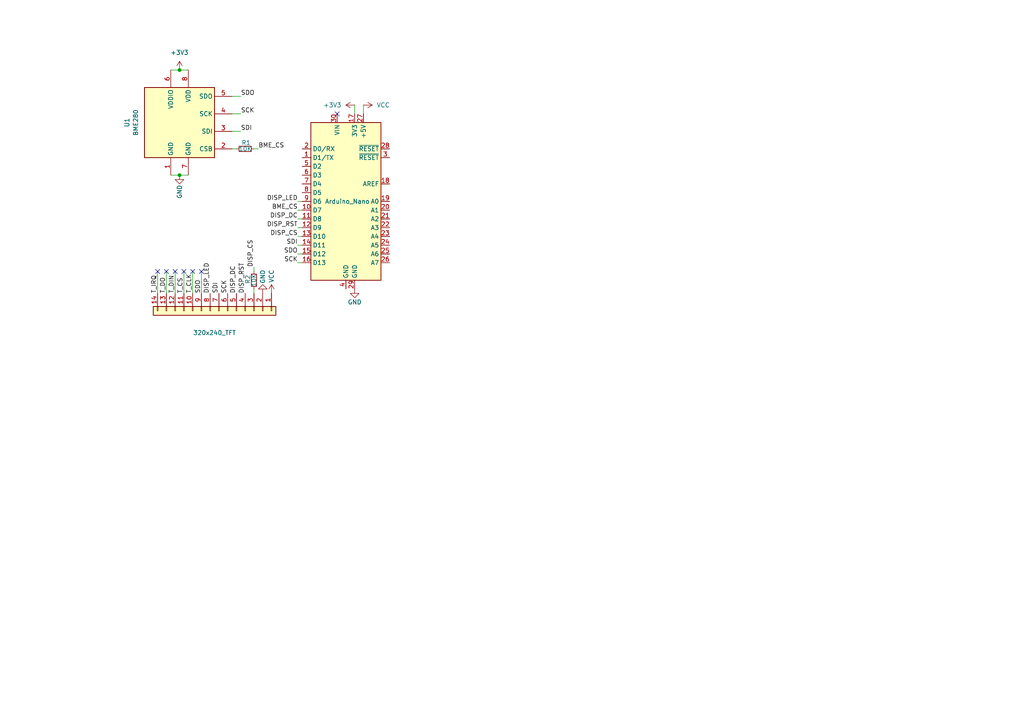
<source format=kicad_sch>
(kicad_sch
	(version 20231120)
	(generator "eeschema")
	(generator_version "8.0")
	(uuid "49cfbc75-937b-4414-a0fd-8c63bf7f5b66")
	(paper "A4")
	(lib_symbols
		(symbol "Connector_Generic:Conn_01x14"
			(pin_names
				(offset 1.016) hide)
			(exclude_from_sim no)
			(in_bom yes)
			(on_board yes)
			(property "Reference" "J"
				(at 0 17.78 0)
				(effects
					(font
						(size 1.27 1.27)
					)
				)
			)
			(property "Value" "Conn_01x14"
				(at 0 -20.32 0)
				(effects
					(font
						(size 1.27 1.27)
					)
				)
			)
			(property "Footprint" ""
				(at 0 0 0)
				(effects
					(font
						(size 1.27 1.27)
					)
					(hide yes)
				)
			)
			(property "Datasheet" "~"
				(at 0 0 0)
				(effects
					(font
						(size 1.27 1.27)
					)
					(hide yes)
				)
			)
			(property "Description" "Generic connector, single row, 01x14, script generated (kicad-library-utils/schlib/autogen/connector/)"
				(at 0 0 0)
				(effects
					(font
						(size 1.27 1.27)
					)
					(hide yes)
				)
			)
			(property "ki_keywords" "connector"
				(at 0 0 0)
				(effects
					(font
						(size 1.27 1.27)
					)
					(hide yes)
				)
			)
			(property "ki_fp_filters" "Connector*:*_1x??_*"
				(at 0 0 0)
				(effects
					(font
						(size 1.27 1.27)
					)
					(hide yes)
				)
			)
			(symbol "Conn_01x14_1_1"
				(rectangle
					(start -1.27 -17.653)
					(end 0 -17.907)
					(stroke
						(width 0.1524)
						(type default)
					)
					(fill
						(type none)
					)
				)
				(rectangle
					(start -1.27 -15.113)
					(end 0 -15.367)
					(stroke
						(width 0.1524)
						(type default)
					)
					(fill
						(type none)
					)
				)
				(rectangle
					(start -1.27 -12.573)
					(end 0 -12.827)
					(stroke
						(width 0.1524)
						(type default)
					)
					(fill
						(type none)
					)
				)
				(rectangle
					(start -1.27 -10.033)
					(end 0 -10.287)
					(stroke
						(width 0.1524)
						(type default)
					)
					(fill
						(type none)
					)
				)
				(rectangle
					(start -1.27 -7.493)
					(end 0 -7.747)
					(stroke
						(width 0.1524)
						(type default)
					)
					(fill
						(type none)
					)
				)
				(rectangle
					(start -1.27 -4.953)
					(end 0 -5.207)
					(stroke
						(width 0.1524)
						(type default)
					)
					(fill
						(type none)
					)
				)
				(rectangle
					(start -1.27 -2.413)
					(end 0 -2.667)
					(stroke
						(width 0.1524)
						(type default)
					)
					(fill
						(type none)
					)
				)
				(rectangle
					(start -1.27 0.127)
					(end 0 -0.127)
					(stroke
						(width 0.1524)
						(type default)
					)
					(fill
						(type none)
					)
				)
				(rectangle
					(start -1.27 2.667)
					(end 0 2.413)
					(stroke
						(width 0.1524)
						(type default)
					)
					(fill
						(type none)
					)
				)
				(rectangle
					(start -1.27 5.207)
					(end 0 4.953)
					(stroke
						(width 0.1524)
						(type default)
					)
					(fill
						(type none)
					)
				)
				(rectangle
					(start -1.27 7.747)
					(end 0 7.493)
					(stroke
						(width 0.1524)
						(type default)
					)
					(fill
						(type none)
					)
				)
				(rectangle
					(start -1.27 10.287)
					(end 0 10.033)
					(stroke
						(width 0.1524)
						(type default)
					)
					(fill
						(type none)
					)
				)
				(rectangle
					(start -1.27 12.827)
					(end 0 12.573)
					(stroke
						(width 0.1524)
						(type default)
					)
					(fill
						(type none)
					)
				)
				(rectangle
					(start -1.27 15.367)
					(end 0 15.113)
					(stroke
						(width 0.1524)
						(type default)
					)
					(fill
						(type none)
					)
				)
				(rectangle
					(start -1.27 16.51)
					(end 1.27 -19.05)
					(stroke
						(width 0.254)
						(type default)
					)
					(fill
						(type background)
					)
				)
				(pin passive line
					(at -5.08 15.24 0)
					(length 3.81)
					(name "Pin_1"
						(effects
							(font
								(size 1.27 1.27)
							)
						)
					)
					(number "1"
						(effects
							(font
								(size 1.27 1.27)
							)
						)
					)
				)
				(pin passive line
					(at -5.08 -7.62 0)
					(length 3.81)
					(name "Pin_10"
						(effects
							(font
								(size 1.27 1.27)
							)
						)
					)
					(number "10"
						(effects
							(font
								(size 1.27 1.27)
							)
						)
					)
				)
				(pin passive line
					(at -5.08 -10.16 0)
					(length 3.81)
					(name "Pin_11"
						(effects
							(font
								(size 1.27 1.27)
							)
						)
					)
					(number "11"
						(effects
							(font
								(size 1.27 1.27)
							)
						)
					)
				)
				(pin passive line
					(at -5.08 -12.7 0)
					(length 3.81)
					(name "Pin_12"
						(effects
							(font
								(size 1.27 1.27)
							)
						)
					)
					(number "12"
						(effects
							(font
								(size 1.27 1.27)
							)
						)
					)
				)
				(pin passive line
					(at -5.08 -15.24 0)
					(length 3.81)
					(name "Pin_13"
						(effects
							(font
								(size 1.27 1.27)
							)
						)
					)
					(number "13"
						(effects
							(font
								(size 1.27 1.27)
							)
						)
					)
				)
				(pin passive line
					(at -5.08 -17.78 0)
					(length 3.81)
					(name "Pin_14"
						(effects
							(font
								(size 1.27 1.27)
							)
						)
					)
					(number "14"
						(effects
							(font
								(size 1.27 1.27)
							)
						)
					)
				)
				(pin passive line
					(at -5.08 12.7 0)
					(length 3.81)
					(name "Pin_2"
						(effects
							(font
								(size 1.27 1.27)
							)
						)
					)
					(number "2"
						(effects
							(font
								(size 1.27 1.27)
							)
						)
					)
				)
				(pin passive line
					(at -5.08 10.16 0)
					(length 3.81)
					(name "Pin_3"
						(effects
							(font
								(size 1.27 1.27)
							)
						)
					)
					(number "3"
						(effects
							(font
								(size 1.27 1.27)
							)
						)
					)
				)
				(pin passive line
					(at -5.08 7.62 0)
					(length 3.81)
					(name "Pin_4"
						(effects
							(font
								(size 1.27 1.27)
							)
						)
					)
					(number "4"
						(effects
							(font
								(size 1.27 1.27)
							)
						)
					)
				)
				(pin passive line
					(at -5.08 5.08 0)
					(length 3.81)
					(name "Pin_5"
						(effects
							(font
								(size 1.27 1.27)
							)
						)
					)
					(number "5"
						(effects
							(font
								(size 1.27 1.27)
							)
						)
					)
				)
				(pin passive line
					(at -5.08 2.54 0)
					(length 3.81)
					(name "Pin_6"
						(effects
							(font
								(size 1.27 1.27)
							)
						)
					)
					(number "6"
						(effects
							(font
								(size 1.27 1.27)
							)
						)
					)
				)
				(pin passive line
					(at -5.08 0 0)
					(length 3.81)
					(name "Pin_7"
						(effects
							(font
								(size 1.27 1.27)
							)
						)
					)
					(number "7"
						(effects
							(font
								(size 1.27 1.27)
							)
						)
					)
				)
				(pin passive line
					(at -5.08 -2.54 0)
					(length 3.81)
					(name "Pin_8"
						(effects
							(font
								(size 1.27 1.27)
							)
						)
					)
					(number "8"
						(effects
							(font
								(size 1.27 1.27)
							)
						)
					)
				)
				(pin passive line
					(at -5.08 -5.08 0)
					(length 3.81)
					(name "Pin_9"
						(effects
							(font
								(size 1.27 1.27)
							)
						)
					)
					(number "9"
						(effects
							(font
								(size 1.27 1.27)
							)
						)
					)
				)
			)
		)
		(symbol "Device:R_Small"
			(pin_numbers hide)
			(pin_names
				(offset 0.254) hide)
			(exclude_from_sim no)
			(in_bom yes)
			(on_board yes)
			(property "Reference" "R"
				(at 0.762 0.508 0)
				(effects
					(font
						(size 1.27 1.27)
					)
					(justify left)
				)
			)
			(property "Value" "R_Small"
				(at 0.762 -1.016 0)
				(effects
					(font
						(size 1.27 1.27)
					)
					(justify left)
				)
			)
			(property "Footprint" ""
				(at 0 0 0)
				(effects
					(font
						(size 1.27 1.27)
					)
					(hide yes)
				)
			)
			(property "Datasheet" "~"
				(at 0 0 0)
				(effects
					(font
						(size 1.27 1.27)
					)
					(hide yes)
				)
			)
			(property "Description" "Resistor, small symbol"
				(at 0 0 0)
				(effects
					(font
						(size 1.27 1.27)
					)
					(hide yes)
				)
			)
			(property "ki_keywords" "R resistor"
				(at 0 0 0)
				(effects
					(font
						(size 1.27 1.27)
					)
					(hide yes)
				)
			)
			(property "ki_fp_filters" "R_*"
				(at 0 0 0)
				(effects
					(font
						(size 1.27 1.27)
					)
					(hide yes)
				)
			)
			(symbol "R_Small_0_1"
				(rectangle
					(start -0.762 1.778)
					(end 0.762 -1.778)
					(stroke
						(width 0.2032)
						(type default)
					)
					(fill
						(type none)
					)
				)
			)
			(symbol "R_Small_1_1"
				(pin passive line
					(at 0 2.54 270)
					(length 0.762)
					(name "~"
						(effects
							(font
								(size 1.27 1.27)
							)
						)
					)
					(number "1"
						(effects
							(font
								(size 1.27 1.27)
							)
						)
					)
				)
				(pin passive line
					(at 0 -2.54 90)
					(length 0.762)
					(name "~"
						(effects
							(font
								(size 1.27 1.27)
							)
						)
					)
					(number "2"
						(effects
							(font
								(size 1.27 1.27)
							)
						)
					)
				)
			)
		)
		(symbol "MCU_Module:Arduino_Nano_v3.x"
			(exclude_from_sim no)
			(in_bom yes)
			(on_board yes)
			(property "Reference" "A"
				(at -10.16 23.495 0)
				(effects
					(font
						(size 1.27 1.27)
					)
					(justify left bottom)
				)
			)
			(property "Value" "Arduino_Nano_v3.x"
				(at 5.08 -24.13 0)
				(effects
					(font
						(size 1.27 1.27)
					)
					(justify left top)
				)
			)
			(property "Footprint" "Module:Arduino_Nano"
				(at 0 0 0)
				(effects
					(font
						(size 1.27 1.27)
						(italic yes)
					)
					(hide yes)
				)
			)
			(property "Datasheet" "http://www.mouser.com/pdfdocs/Gravitech_Arduino_Nano3_0.pdf"
				(at 0 0 0)
				(effects
					(font
						(size 1.27 1.27)
					)
					(hide yes)
				)
			)
			(property "Description" "Arduino Nano v3.x"
				(at 0 0 0)
				(effects
					(font
						(size 1.27 1.27)
					)
					(hide yes)
				)
			)
			(property "ki_keywords" "Arduino nano microcontroller module USB"
				(at 0 0 0)
				(effects
					(font
						(size 1.27 1.27)
					)
					(hide yes)
				)
			)
			(property "ki_fp_filters" "Arduino*Nano*"
				(at 0 0 0)
				(effects
					(font
						(size 1.27 1.27)
					)
					(hide yes)
				)
			)
			(symbol "Arduino_Nano_v3.x_0_1"
				(rectangle
					(start -10.16 22.86)
					(end 10.16 -22.86)
					(stroke
						(width 0.254)
						(type default)
					)
					(fill
						(type background)
					)
				)
			)
			(symbol "Arduino_Nano_v3.x_1_1"
				(pin bidirectional line
					(at -12.7 12.7 0)
					(length 2.54)
					(name "D1/TX"
						(effects
							(font
								(size 1.27 1.27)
							)
						)
					)
					(number "1"
						(effects
							(font
								(size 1.27 1.27)
							)
						)
					)
				)
				(pin bidirectional line
					(at -12.7 -2.54 0)
					(length 2.54)
					(name "D7"
						(effects
							(font
								(size 1.27 1.27)
							)
						)
					)
					(number "10"
						(effects
							(font
								(size 1.27 1.27)
							)
						)
					)
				)
				(pin bidirectional line
					(at -12.7 -5.08 0)
					(length 2.54)
					(name "D8"
						(effects
							(font
								(size 1.27 1.27)
							)
						)
					)
					(number "11"
						(effects
							(font
								(size 1.27 1.27)
							)
						)
					)
				)
				(pin bidirectional line
					(at -12.7 -7.62 0)
					(length 2.54)
					(name "D9"
						(effects
							(font
								(size 1.27 1.27)
							)
						)
					)
					(number "12"
						(effects
							(font
								(size 1.27 1.27)
							)
						)
					)
				)
				(pin bidirectional line
					(at -12.7 -10.16 0)
					(length 2.54)
					(name "D10"
						(effects
							(font
								(size 1.27 1.27)
							)
						)
					)
					(number "13"
						(effects
							(font
								(size 1.27 1.27)
							)
						)
					)
				)
				(pin bidirectional line
					(at -12.7 -12.7 0)
					(length 2.54)
					(name "D11"
						(effects
							(font
								(size 1.27 1.27)
							)
						)
					)
					(number "14"
						(effects
							(font
								(size 1.27 1.27)
							)
						)
					)
				)
				(pin bidirectional line
					(at -12.7 -15.24 0)
					(length 2.54)
					(name "D12"
						(effects
							(font
								(size 1.27 1.27)
							)
						)
					)
					(number "15"
						(effects
							(font
								(size 1.27 1.27)
							)
						)
					)
				)
				(pin bidirectional line
					(at -12.7 -17.78 0)
					(length 2.54)
					(name "D13"
						(effects
							(font
								(size 1.27 1.27)
							)
						)
					)
					(number "16"
						(effects
							(font
								(size 1.27 1.27)
							)
						)
					)
				)
				(pin power_out line
					(at 2.54 25.4 270)
					(length 2.54)
					(name "3V3"
						(effects
							(font
								(size 1.27 1.27)
							)
						)
					)
					(number "17"
						(effects
							(font
								(size 1.27 1.27)
							)
						)
					)
				)
				(pin input line
					(at 12.7 5.08 180)
					(length 2.54)
					(name "AREF"
						(effects
							(font
								(size 1.27 1.27)
							)
						)
					)
					(number "18"
						(effects
							(font
								(size 1.27 1.27)
							)
						)
					)
				)
				(pin bidirectional line
					(at 12.7 0 180)
					(length 2.54)
					(name "A0"
						(effects
							(font
								(size 1.27 1.27)
							)
						)
					)
					(number "19"
						(effects
							(font
								(size 1.27 1.27)
							)
						)
					)
				)
				(pin bidirectional line
					(at -12.7 15.24 0)
					(length 2.54)
					(name "D0/RX"
						(effects
							(font
								(size 1.27 1.27)
							)
						)
					)
					(number "2"
						(effects
							(font
								(size 1.27 1.27)
							)
						)
					)
				)
				(pin bidirectional line
					(at 12.7 -2.54 180)
					(length 2.54)
					(name "A1"
						(effects
							(font
								(size 1.27 1.27)
							)
						)
					)
					(number "20"
						(effects
							(font
								(size 1.27 1.27)
							)
						)
					)
				)
				(pin bidirectional line
					(at 12.7 -5.08 180)
					(length 2.54)
					(name "A2"
						(effects
							(font
								(size 1.27 1.27)
							)
						)
					)
					(number "21"
						(effects
							(font
								(size 1.27 1.27)
							)
						)
					)
				)
				(pin bidirectional line
					(at 12.7 -7.62 180)
					(length 2.54)
					(name "A3"
						(effects
							(font
								(size 1.27 1.27)
							)
						)
					)
					(number "22"
						(effects
							(font
								(size 1.27 1.27)
							)
						)
					)
				)
				(pin bidirectional line
					(at 12.7 -10.16 180)
					(length 2.54)
					(name "A4"
						(effects
							(font
								(size 1.27 1.27)
							)
						)
					)
					(number "23"
						(effects
							(font
								(size 1.27 1.27)
							)
						)
					)
				)
				(pin bidirectional line
					(at 12.7 -12.7 180)
					(length 2.54)
					(name "A5"
						(effects
							(font
								(size 1.27 1.27)
							)
						)
					)
					(number "24"
						(effects
							(font
								(size 1.27 1.27)
							)
						)
					)
				)
				(pin bidirectional line
					(at 12.7 -15.24 180)
					(length 2.54)
					(name "A6"
						(effects
							(font
								(size 1.27 1.27)
							)
						)
					)
					(number "25"
						(effects
							(font
								(size 1.27 1.27)
							)
						)
					)
				)
				(pin bidirectional line
					(at 12.7 -17.78 180)
					(length 2.54)
					(name "A7"
						(effects
							(font
								(size 1.27 1.27)
							)
						)
					)
					(number "26"
						(effects
							(font
								(size 1.27 1.27)
							)
						)
					)
				)
				(pin power_out line
					(at 5.08 25.4 270)
					(length 2.54)
					(name "+5V"
						(effects
							(font
								(size 1.27 1.27)
							)
						)
					)
					(number "27"
						(effects
							(font
								(size 1.27 1.27)
							)
						)
					)
				)
				(pin input line
					(at 12.7 15.24 180)
					(length 2.54)
					(name "~{RESET}"
						(effects
							(font
								(size 1.27 1.27)
							)
						)
					)
					(number "28"
						(effects
							(font
								(size 1.27 1.27)
							)
						)
					)
				)
				(pin power_in line
					(at 2.54 -25.4 90)
					(length 2.54)
					(name "GND"
						(effects
							(font
								(size 1.27 1.27)
							)
						)
					)
					(number "29"
						(effects
							(font
								(size 1.27 1.27)
							)
						)
					)
				)
				(pin input line
					(at 12.7 12.7 180)
					(length 2.54)
					(name "~{RESET}"
						(effects
							(font
								(size 1.27 1.27)
							)
						)
					)
					(number "3"
						(effects
							(font
								(size 1.27 1.27)
							)
						)
					)
				)
				(pin power_in line
					(at -2.54 25.4 270)
					(length 2.54)
					(name "VIN"
						(effects
							(font
								(size 1.27 1.27)
							)
						)
					)
					(number "30"
						(effects
							(font
								(size 1.27 1.27)
							)
						)
					)
				)
				(pin power_in line
					(at 0 -25.4 90)
					(length 2.54)
					(name "GND"
						(effects
							(font
								(size 1.27 1.27)
							)
						)
					)
					(number "4"
						(effects
							(font
								(size 1.27 1.27)
							)
						)
					)
				)
				(pin bidirectional line
					(at -12.7 10.16 0)
					(length 2.54)
					(name "D2"
						(effects
							(font
								(size 1.27 1.27)
							)
						)
					)
					(number "5"
						(effects
							(font
								(size 1.27 1.27)
							)
						)
					)
				)
				(pin bidirectional line
					(at -12.7 7.62 0)
					(length 2.54)
					(name "D3"
						(effects
							(font
								(size 1.27 1.27)
							)
						)
					)
					(number "6"
						(effects
							(font
								(size 1.27 1.27)
							)
						)
					)
				)
				(pin bidirectional line
					(at -12.7 5.08 0)
					(length 2.54)
					(name "D4"
						(effects
							(font
								(size 1.27 1.27)
							)
						)
					)
					(number "7"
						(effects
							(font
								(size 1.27 1.27)
							)
						)
					)
				)
				(pin bidirectional line
					(at -12.7 2.54 0)
					(length 2.54)
					(name "D5"
						(effects
							(font
								(size 1.27 1.27)
							)
						)
					)
					(number "8"
						(effects
							(font
								(size 1.27 1.27)
							)
						)
					)
				)
				(pin bidirectional line
					(at -12.7 0 0)
					(length 2.54)
					(name "D6"
						(effects
							(font
								(size 1.27 1.27)
							)
						)
					)
					(number "9"
						(effects
							(font
								(size 1.27 1.27)
							)
						)
					)
				)
			)
		)
		(symbol "Sensor:BME280"
			(exclude_from_sim no)
			(in_bom yes)
			(on_board yes)
			(property "Reference" "U"
				(at -8.89 11.43 0)
				(effects
					(font
						(size 1.27 1.27)
					)
				)
			)
			(property "Value" "BME280"
				(at 7.62 11.43 0)
				(effects
					(font
						(size 1.27 1.27)
					)
				)
			)
			(property "Footprint" "Package_LGA:Bosch_LGA-8_2.5x2.5mm_P0.65mm_ClockwisePinNumbering"
				(at 38.1 -11.43 0)
				(effects
					(font
						(size 1.27 1.27)
					)
					(hide yes)
				)
			)
			(property "Datasheet" "https://www.bosch-sensortec.com/media/boschsensortec/downloads/datasheets/bst-bme280-ds002.pdf"
				(at 0 -5.08 0)
				(effects
					(font
						(size 1.27 1.27)
					)
					(hide yes)
				)
			)
			(property "Description" "3-in-1 sensor, humidity, pressure, temperature, I2C and SPI interface, 1.71-3.6V, LGA-8"
				(at 0 0 0)
				(effects
					(font
						(size 1.27 1.27)
					)
					(hide yes)
				)
			)
			(property "ki_keywords" "Bosch pressure humidity temperature environment environmental measurement digital"
				(at 0 0 0)
				(effects
					(font
						(size 1.27 1.27)
					)
					(hide yes)
				)
			)
			(property "ki_fp_filters" "*LGA*2.5x2.5mm*P0.65mm*Clockwise*"
				(at 0 0 0)
				(effects
					(font
						(size 1.27 1.27)
					)
					(hide yes)
				)
			)
			(symbol "BME280_0_1"
				(rectangle
					(start -10.16 10.16)
					(end 10.16 -10.16)
					(stroke
						(width 0.254)
						(type default)
					)
					(fill
						(type background)
					)
				)
			)
			(symbol "BME280_1_1"
				(pin power_in line
					(at -2.54 -15.24 90)
					(length 5.08)
					(name "GND"
						(effects
							(font
								(size 1.27 1.27)
							)
						)
					)
					(number "1"
						(effects
							(font
								(size 1.27 1.27)
							)
						)
					)
				)
				(pin input line
					(at 15.24 -7.62 180)
					(length 5.08)
					(name "CSB"
						(effects
							(font
								(size 1.27 1.27)
							)
						)
					)
					(number "2"
						(effects
							(font
								(size 1.27 1.27)
							)
						)
					)
				)
				(pin bidirectional line
					(at 15.24 -2.54 180)
					(length 5.08)
					(name "SDI"
						(effects
							(font
								(size 1.27 1.27)
							)
						)
					)
					(number "3"
						(effects
							(font
								(size 1.27 1.27)
							)
						)
					)
				)
				(pin input line
					(at 15.24 2.54 180)
					(length 5.08)
					(name "SCK"
						(effects
							(font
								(size 1.27 1.27)
							)
						)
					)
					(number "4"
						(effects
							(font
								(size 1.27 1.27)
							)
						)
					)
				)
				(pin bidirectional line
					(at 15.24 7.62 180)
					(length 5.08)
					(name "SDO"
						(effects
							(font
								(size 1.27 1.27)
							)
						)
					)
					(number "5"
						(effects
							(font
								(size 1.27 1.27)
							)
						)
					)
				)
				(pin power_in line
					(at -2.54 15.24 270)
					(length 5.08)
					(name "VDDIO"
						(effects
							(font
								(size 1.27 1.27)
							)
						)
					)
					(number "6"
						(effects
							(font
								(size 1.27 1.27)
							)
						)
					)
				)
				(pin power_in line
					(at 2.54 -15.24 90)
					(length 5.08)
					(name "GND"
						(effects
							(font
								(size 1.27 1.27)
							)
						)
					)
					(number "7"
						(effects
							(font
								(size 1.27 1.27)
							)
						)
					)
				)
				(pin power_in line
					(at 2.54 15.24 270)
					(length 5.08)
					(name "VDD"
						(effects
							(font
								(size 1.27 1.27)
							)
						)
					)
					(number "8"
						(effects
							(font
								(size 1.27 1.27)
							)
						)
					)
				)
			)
		)
		(symbol "power:+3V3"
			(power)
			(pin_numbers hide)
			(pin_names
				(offset 0) hide)
			(exclude_from_sim no)
			(in_bom yes)
			(on_board yes)
			(property "Reference" "#PWR"
				(at 0 -3.81 0)
				(effects
					(font
						(size 1.27 1.27)
					)
					(hide yes)
				)
			)
			(property "Value" "+3V3"
				(at 0 3.556 0)
				(effects
					(font
						(size 1.27 1.27)
					)
				)
			)
			(property "Footprint" ""
				(at 0 0 0)
				(effects
					(font
						(size 1.27 1.27)
					)
					(hide yes)
				)
			)
			(property "Datasheet" ""
				(at 0 0 0)
				(effects
					(font
						(size 1.27 1.27)
					)
					(hide yes)
				)
			)
			(property "Description" "Power symbol creates a global label with name \"+3V3\""
				(at 0 0 0)
				(effects
					(font
						(size 1.27 1.27)
					)
					(hide yes)
				)
			)
			(property "ki_keywords" "global power"
				(at 0 0 0)
				(effects
					(font
						(size 1.27 1.27)
					)
					(hide yes)
				)
			)
			(symbol "+3V3_0_1"
				(polyline
					(pts
						(xy -0.762 1.27) (xy 0 2.54)
					)
					(stroke
						(width 0)
						(type default)
					)
					(fill
						(type none)
					)
				)
				(polyline
					(pts
						(xy 0 0) (xy 0 2.54)
					)
					(stroke
						(width 0)
						(type default)
					)
					(fill
						(type none)
					)
				)
				(polyline
					(pts
						(xy 0 2.54) (xy 0.762 1.27)
					)
					(stroke
						(width 0)
						(type default)
					)
					(fill
						(type none)
					)
				)
			)
			(symbol "+3V3_1_1"
				(pin power_in line
					(at 0 0 90)
					(length 0)
					(name "~"
						(effects
							(font
								(size 1.27 1.27)
							)
						)
					)
					(number "1"
						(effects
							(font
								(size 1.27 1.27)
							)
						)
					)
				)
			)
		)
		(symbol "power:GND"
			(power)
			(pin_numbers hide)
			(pin_names
				(offset 0) hide)
			(exclude_from_sim no)
			(in_bom yes)
			(on_board yes)
			(property "Reference" "#PWR"
				(at 0 -6.35 0)
				(effects
					(font
						(size 1.27 1.27)
					)
					(hide yes)
				)
			)
			(property "Value" "GND"
				(at 0 -3.81 0)
				(effects
					(font
						(size 1.27 1.27)
					)
				)
			)
			(property "Footprint" ""
				(at 0 0 0)
				(effects
					(font
						(size 1.27 1.27)
					)
					(hide yes)
				)
			)
			(property "Datasheet" ""
				(at 0 0 0)
				(effects
					(font
						(size 1.27 1.27)
					)
					(hide yes)
				)
			)
			(property "Description" "Power symbol creates a global label with name \"GND\" , ground"
				(at 0 0 0)
				(effects
					(font
						(size 1.27 1.27)
					)
					(hide yes)
				)
			)
			(property "ki_keywords" "global power"
				(at 0 0 0)
				(effects
					(font
						(size 1.27 1.27)
					)
					(hide yes)
				)
			)
			(symbol "GND_0_1"
				(polyline
					(pts
						(xy 0 0) (xy 0 -1.27) (xy 1.27 -1.27) (xy 0 -2.54) (xy -1.27 -1.27) (xy 0 -1.27)
					)
					(stroke
						(width 0)
						(type default)
					)
					(fill
						(type none)
					)
				)
			)
			(symbol "GND_1_1"
				(pin power_in line
					(at 0 0 270)
					(length 0)
					(name "~"
						(effects
							(font
								(size 1.27 1.27)
							)
						)
					)
					(number "1"
						(effects
							(font
								(size 1.27 1.27)
							)
						)
					)
				)
			)
		)
		(symbol "power:VCC"
			(power)
			(pin_numbers hide)
			(pin_names
				(offset 0) hide)
			(exclude_from_sim no)
			(in_bom yes)
			(on_board yes)
			(property "Reference" "#PWR"
				(at 0 -3.81 0)
				(effects
					(font
						(size 1.27 1.27)
					)
					(hide yes)
				)
			)
			(property "Value" "VCC"
				(at 0 3.556 0)
				(effects
					(font
						(size 1.27 1.27)
					)
				)
			)
			(property "Footprint" ""
				(at 0 0 0)
				(effects
					(font
						(size 1.27 1.27)
					)
					(hide yes)
				)
			)
			(property "Datasheet" ""
				(at 0 0 0)
				(effects
					(font
						(size 1.27 1.27)
					)
					(hide yes)
				)
			)
			(property "Description" "Power symbol creates a global label with name \"VCC\""
				(at 0 0 0)
				(effects
					(font
						(size 1.27 1.27)
					)
					(hide yes)
				)
			)
			(property "ki_keywords" "global power"
				(at 0 0 0)
				(effects
					(font
						(size 1.27 1.27)
					)
					(hide yes)
				)
			)
			(symbol "VCC_0_1"
				(polyline
					(pts
						(xy -0.762 1.27) (xy 0 2.54)
					)
					(stroke
						(width 0)
						(type default)
					)
					(fill
						(type none)
					)
				)
				(polyline
					(pts
						(xy 0 0) (xy 0 2.54)
					)
					(stroke
						(width 0)
						(type default)
					)
					(fill
						(type none)
					)
				)
				(polyline
					(pts
						(xy 0 2.54) (xy 0.762 1.27)
					)
					(stroke
						(width 0)
						(type default)
					)
					(fill
						(type none)
					)
				)
			)
			(symbol "VCC_1_1"
				(pin power_in line
					(at 0 0 90)
					(length 0)
					(name "~"
						(effects
							(font
								(size 1.27 1.27)
							)
						)
					)
					(number "1"
						(effects
							(font
								(size 1.27 1.27)
							)
						)
					)
				)
			)
		)
	)
	(junction
		(at 52.07 20.32)
		(diameter 0)
		(color 0 0 0 0)
		(uuid "5e534c49-7e5f-4192-a7b1-443847b26e39")
	)
	(junction
		(at 52.07 50.8)
		(diameter 0)
		(color 0 0 0 0)
		(uuid "c6443f6b-c726-42d9-b74a-f732c2f712fd")
	)
	(no_connect
		(at 50.8 78.74)
		(uuid "2c5bb84e-1449-449f-96c3-0e1fd9ca1466")
	)
	(no_connect
		(at 58.42 78.74)
		(uuid "4f09cc53-b903-47c4-aeb2-43679214cfa2")
	)
	(no_connect
		(at 55.88 78.74)
		(uuid "6105767f-9f0a-43dc-a696-7dad247e68b8")
	)
	(no_connect
		(at 97.79 33.02)
		(uuid "70d1d83a-4847-43cc-9494-968edd848e13")
	)
	(no_connect
		(at 48.26 78.74)
		(uuid "ee7277d8-633f-4d1e-ae4b-e284b54e58df")
	)
	(no_connect
		(at 53.34 78.74)
		(uuid "f2993108-0f4e-43d1-b973-7576db214048")
	)
	(no_connect
		(at 45.72 78.74)
		(uuid "ffd2f004-fdbb-4257-a65d-2a5ff3026b01")
	)
	(wire
		(pts
			(xy 69.85 27.94) (xy 67.31 27.94)
		)
		(stroke
			(width 0)
			(type default)
		)
		(uuid "063ffc46-dbfd-4980-94ed-c1ca734858a5")
	)
	(wire
		(pts
			(xy 69.85 38.1) (xy 67.31 38.1)
		)
		(stroke
			(width 0)
			(type default)
		)
		(uuid "15eaa6c9-414b-4850-8c8c-58ea04323311")
	)
	(wire
		(pts
			(xy 73.66 43.18) (xy 74.93 43.18)
		)
		(stroke
			(width 0)
			(type default)
		)
		(uuid "1a2e3018-f8c2-4cb9-a4fc-e9dc2bf8c5fc")
	)
	(wire
		(pts
			(xy 58.42 78.74) (xy 58.42 85.09)
		)
		(stroke
			(width 0)
			(type default)
		)
		(uuid "263817d5-154a-4260-aede-96162a10e4a9")
	)
	(wire
		(pts
			(xy 86.36 58.42) (xy 87.63 58.42)
		)
		(stroke
			(width 0)
			(type default)
		)
		(uuid "2938e584-6364-4f56-a5a4-f27d2e48a423")
	)
	(wire
		(pts
			(xy 45.72 78.74) (xy 45.72 85.09)
		)
		(stroke
			(width 0)
			(type default)
		)
		(uuid "2dda70c0-6d45-44c1-9e4e-a3091354c63e")
	)
	(wire
		(pts
			(xy 105.41 30.48) (xy 105.41 33.02)
		)
		(stroke
			(width 0)
			(type default)
		)
		(uuid "3474c14c-a6ac-4634-9d8f-d07025fe9d78")
	)
	(wire
		(pts
			(xy 52.07 50.8) (xy 54.61 50.8)
		)
		(stroke
			(width 0)
			(type default)
		)
		(uuid "35d8d632-cb65-43a9-8333-645d0b57812b")
	)
	(wire
		(pts
			(xy 86.36 66.04) (xy 87.63 66.04)
		)
		(stroke
			(width 0)
			(type default)
		)
		(uuid "461beaa2-fa67-479a-916e-f139fb6dd239")
	)
	(wire
		(pts
			(xy 86.36 63.5) (xy 87.63 63.5)
		)
		(stroke
			(width 0)
			(type default)
		)
		(uuid "4d9981be-a75e-46ce-b3cc-1f2c5e047ee0")
	)
	(wire
		(pts
			(xy 86.36 71.12) (xy 87.63 71.12)
		)
		(stroke
			(width 0)
			(type default)
		)
		(uuid "5c5cea42-2400-4359-81e0-5fc3cbd89af7")
	)
	(wire
		(pts
			(xy 86.36 68.58) (xy 87.63 68.58)
		)
		(stroke
			(width 0)
			(type default)
		)
		(uuid "676e7d35-c60e-440d-af57-5ebf6b802b2e")
	)
	(wire
		(pts
			(xy 86.36 76.2) (xy 87.63 76.2)
		)
		(stroke
			(width 0)
			(type default)
		)
		(uuid "6993d399-a578-4d11-83a4-2ae5d2b62641")
	)
	(wire
		(pts
			(xy 73.66 78.74) (xy 73.66 77.47)
		)
		(stroke
			(width 0)
			(type default)
		)
		(uuid "6ce9aa4f-f55e-4466-8e02-1e6a2d9ef214")
	)
	(wire
		(pts
			(xy 48.26 78.74) (xy 48.26 85.09)
		)
		(stroke
			(width 0)
			(type default)
		)
		(uuid "7d79ae25-2a9c-4e54-a9ad-33ed81106c9e")
	)
	(wire
		(pts
			(xy 67.31 43.18) (xy 68.58 43.18)
		)
		(stroke
			(width 0)
			(type default)
		)
		(uuid "87cd21a9-eff5-418c-9f65-f395a5b73c72")
	)
	(wire
		(pts
			(xy 86.36 73.66) (xy 87.63 73.66)
		)
		(stroke
			(width 0)
			(type default)
		)
		(uuid "887723dc-faa7-46d8-be4c-2f62a6db6112")
	)
	(wire
		(pts
			(xy 50.8 78.74) (xy 50.8 85.09)
		)
		(stroke
			(width 0)
			(type default)
		)
		(uuid "8b25cf7c-0d98-4c98-9040-2b9e7ef622ce")
	)
	(wire
		(pts
			(xy 55.88 78.74) (xy 55.88 85.09)
		)
		(stroke
			(width 0)
			(type default)
		)
		(uuid "99994121-1758-4321-9122-41aade7fa381")
	)
	(wire
		(pts
			(xy 73.66 85.09) (xy 73.66 83.82)
		)
		(stroke
			(width 0)
			(type default)
		)
		(uuid "a159bd58-51d9-4d47-8fc3-f7f81a589795")
	)
	(wire
		(pts
			(xy 52.07 20.32) (xy 54.61 20.32)
		)
		(stroke
			(width 0)
			(type default)
		)
		(uuid "a38b6e65-a886-402f-a0de-33cd2a5f4d70")
	)
	(wire
		(pts
			(xy 86.36 60.96) (xy 87.63 60.96)
		)
		(stroke
			(width 0)
			(type default)
		)
		(uuid "aea30bff-528a-4eb3-9ad4-caef3444c9e2")
	)
	(wire
		(pts
			(xy 49.53 20.32) (xy 52.07 20.32)
		)
		(stroke
			(width 0)
			(type default)
		)
		(uuid "c4d46024-4197-4c37-b5d0-5764ecf71c73")
	)
	(wire
		(pts
			(xy 53.34 78.74) (xy 53.34 85.09)
		)
		(stroke
			(width 0)
			(type default)
		)
		(uuid "d41f5d66-f3ec-4e8f-9d85-64aa13110908")
	)
	(wire
		(pts
			(xy 49.53 50.8) (xy 52.07 50.8)
		)
		(stroke
			(width 0)
			(type default)
		)
		(uuid "df49fd6a-1ac4-45d0-bddf-381162fc7388")
	)
	(wire
		(pts
			(xy 102.87 30.48) (xy 102.87 33.02)
		)
		(stroke
			(width 0)
			(type default)
		)
		(uuid "ed3354a8-27c7-40c4-8d8b-9de4872d334a")
	)
	(wire
		(pts
			(xy 69.85 33.02) (xy 67.31 33.02)
		)
		(stroke
			(width 0)
			(type default)
		)
		(uuid "ee7232cf-4283-4c36-be87-77b1d1a24ee7")
	)
	(label "DISP_LED"
		(at 86.36 58.42 180)
		(fields_autoplaced yes)
		(effects
			(font
				(size 1.27 1.27)
			)
			(justify right bottom)
		)
		(uuid "09ec9126-4171-4d06-aac0-8e4cf36779dc")
	)
	(label "BME_CS"
		(at 86.36 60.96 180)
		(fields_autoplaced yes)
		(effects
			(font
				(size 1.27 1.27)
			)
			(justify right bottom)
		)
		(uuid "0ca3a112-8eb2-439e-844a-75512beada3d")
	)
	(label "BME_CS"
		(at 74.93 43.18 0)
		(fields_autoplaced yes)
		(effects
			(font
				(size 1.27 1.27)
			)
			(justify left bottom)
		)
		(uuid "158c7fd1-2f78-4a0d-9925-f5a6ab58e2f1")
	)
	(label "DISP_CS"
		(at 73.66 77.47 90)
		(fields_autoplaced yes)
		(effects
			(font
				(size 1.27 1.27)
			)
			(justify left bottom)
		)
		(uuid "24a2a92e-c985-4f9b-abdf-a1b5553753a0")
	)
	(label "DISP_DC"
		(at 86.36 63.5 180)
		(fields_autoplaced yes)
		(effects
			(font
				(size 1.27 1.27)
			)
			(justify right bottom)
		)
		(uuid "2ba0f471-7d63-4dab-a806-7d55119a121e")
	)
	(label "SDO"
		(at 58.42 85.09 90)
		(fields_autoplaced yes)
		(effects
			(font
				(size 1.27 1.27)
			)
			(justify left bottom)
		)
		(uuid "2fc0be88-a1e9-41f0-bd33-cd4e21f45072")
	)
	(label "SDO"
		(at 69.85 27.94 0)
		(fields_autoplaced yes)
		(effects
			(font
				(size 1.27 1.27)
			)
			(justify left bottom)
		)
		(uuid "319af531-387d-4b97-8057-0740286b73e1")
	)
	(label "T_DO"
		(at 48.26 85.09 90)
		(fields_autoplaced yes)
		(effects
			(font
				(size 1.27 1.27)
			)
			(justify left bottom)
		)
		(uuid "3771e8ee-80f8-480c-a9fe-e84a542dd550")
	)
	(label "DISP_LED"
		(at 60.96 85.09 90)
		(fields_autoplaced yes)
		(effects
			(font
				(size 1.27 1.27)
			)
			(justify left bottom)
		)
		(uuid "448c1f88-1c25-4843-b34e-0b9ef89cce63")
	)
	(label "SCK"
		(at 66.04 85.09 90)
		(fields_autoplaced yes)
		(effects
			(font
				(size 1.27 1.27)
			)
			(justify left bottom)
		)
		(uuid "526fe979-a179-4066-bccb-4a2c58a6b287")
	)
	(label "SCK"
		(at 86.36 76.2 180)
		(fields_autoplaced yes)
		(effects
			(font
				(size 1.27 1.27)
			)
			(justify right bottom)
		)
		(uuid "538e7510-ac2e-4788-9a8d-a1148ce3603a")
	)
	(label "T_CLK"
		(at 55.88 85.09 90)
		(fields_autoplaced yes)
		(effects
			(font
				(size 1.27 1.27)
			)
			(justify left bottom)
		)
		(uuid "65d6baa9-8a84-4194-970b-0a3246359a48")
	)
	(label "DISP_RST"
		(at 86.36 66.04 180)
		(fields_autoplaced yes)
		(effects
			(font
				(size 1.27 1.27)
			)
			(justify right bottom)
		)
		(uuid "752b26ad-2e40-4885-a529-60830725df1d")
	)
	(label "DISP_DC"
		(at 68.58 85.09 90)
		(fields_autoplaced yes)
		(effects
			(font
				(size 1.27 1.27)
			)
			(justify left bottom)
		)
		(uuid "79008ffa-ecf0-4236-a62e-7c7bc93a6f9b")
	)
	(label "T_CS"
		(at 53.34 85.09 90)
		(fields_autoplaced yes)
		(effects
			(font
				(size 1.27 1.27)
			)
			(justify left bottom)
		)
		(uuid "7970d98d-64d3-4ecc-84ee-60cca8995872")
	)
	(label "T_DIN"
		(at 50.8 85.09 90)
		(fields_autoplaced yes)
		(effects
			(font
				(size 1.27 1.27)
			)
			(justify left bottom)
		)
		(uuid "7cc2f304-1bfa-4799-94f4-1cc20f27c268")
	)
	(label "SDI"
		(at 69.85 38.1 0)
		(fields_autoplaced yes)
		(effects
			(font
				(size 1.27 1.27)
			)
			(justify left bottom)
		)
		(uuid "93b6908e-1c25-436a-b681-0cc3dd780b6a")
	)
	(label "SDI"
		(at 86.36 71.12 180)
		(fields_autoplaced yes)
		(effects
			(font
				(size 1.27 1.27)
			)
			(justify right bottom)
		)
		(uuid "9d2f904f-47ee-4411-a0dd-87e044f9fd6f")
	)
	(label "T_IRQ"
		(at 45.72 85.09 90)
		(fields_autoplaced yes)
		(effects
			(font
				(size 1.27 1.27)
			)
			(justify left bottom)
		)
		(uuid "b4dc0529-d5dc-46f3-aad7-c4dfd761020e")
	)
	(label "DISP_CS"
		(at 86.36 68.58 180)
		(fields_autoplaced yes)
		(effects
			(font
				(size 1.27 1.27)
			)
			(justify right bottom)
		)
		(uuid "d22d96d2-4c6d-4f06-acfd-67a7e7b551ea")
	)
	(label "SDO"
		(at 86.36 73.66 180)
		(fields_autoplaced yes)
		(effects
			(font
				(size 1.27 1.27)
			)
			(justify right bottom)
		)
		(uuid "d32549e3-0e25-4d26-b980-772b8cb1d1e7")
	)
	(label "SCK"
		(at 69.85 33.02 0)
		(fields_autoplaced yes)
		(effects
			(font
				(size 1.27 1.27)
			)
			(justify left bottom)
		)
		(uuid "d92135a2-54e0-40a3-a1e1-b9629778ffff")
	)
	(label "DISP_RST"
		(at 71.12 85.09 90)
		(fields_autoplaced yes)
		(effects
			(font
				(size 1.27 1.27)
			)
			(justify left bottom)
		)
		(uuid "f8f8ea57-74ce-4ee4-8942-370b9aab093d")
	)
	(label "SDI"
		(at 63.5 85.09 90)
		(fields_autoplaced yes)
		(effects
			(font
				(size 1.27 1.27)
			)
			(justify left bottom)
		)
		(uuid "faad5366-029a-4ca3-8938-f8bc64001e17")
	)
	(symbol
		(lib_id "power:+3V3")
		(at 52.07 20.32 0)
		(unit 1)
		(exclude_from_sim no)
		(in_bom yes)
		(on_board yes)
		(dnp no)
		(fields_autoplaced yes)
		(uuid "3f6f8eac-ceda-495f-b6c6-518951489a20")
		(property "Reference" "#PWR01"
			(at 52.07 24.13 0)
			(effects
				(font
					(size 1.27 1.27)
				)
				(hide yes)
			)
		)
		(property "Value" "+3V3"
			(at 52.07 15.24 0)
			(effects
				(font
					(size 1.27 1.27)
				)
			)
		)
		(property "Footprint" ""
			(at 52.07 20.32 0)
			(effects
				(font
					(size 1.27 1.27)
				)
				(hide yes)
			)
		)
		(property "Datasheet" ""
			(at 52.07 20.32 0)
			(effects
				(font
					(size 1.27 1.27)
				)
				(hide yes)
			)
		)
		(property "Description" "Power symbol creates a global label with name \"+3V3\""
			(at 52.07 20.32 0)
			(effects
				(font
					(size 1.27 1.27)
				)
				(hide yes)
			)
		)
		(pin "1"
			(uuid "49cb5cbb-5f12-449c-ae72-a60c00f3dd9d")
		)
		(instances
			(project ""
				(path "/49cfbc75-937b-4414-a0fd-8c63bf7f5b66"
					(reference "#PWR01")
					(unit 1)
				)
			)
		)
	)
	(symbol
		(lib_id "power:GND")
		(at 52.07 50.8 0)
		(unit 1)
		(exclude_from_sim no)
		(in_bom yes)
		(on_board yes)
		(dnp no)
		(uuid "41888edb-5769-4aef-b1f2-5bee9b82ccbd")
		(property "Reference" "#PWR04"
			(at 52.07 57.15 0)
			(effects
				(font
					(size 1.27 1.27)
				)
				(hide yes)
			)
		)
		(property "Value" "GND"
			(at 52.07 53.594 90)
			(effects
				(font
					(size 1.27 1.27)
				)
				(justify right)
			)
		)
		(property "Footprint" ""
			(at 52.07 50.8 0)
			(effects
				(font
					(size 1.27 1.27)
				)
				(hide yes)
			)
		)
		(property "Datasheet" ""
			(at 52.07 50.8 0)
			(effects
				(font
					(size 1.27 1.27)
				)
				(hide yes)
			)
		)
		(property "Description" "Power symbol creates a global label with name \"GND\" , ground"
			(at 52.07 50.8 0)
			(effects
				(font
					(size 1.27 1.27)
				)
				(hide yes)
			)
		)
		(pin "1"
			(uuid "38bc694d-a93d-4d6e-943c-9b617897cf92")
		)
		(instances
			(project "statie_meteo"
				(path "/49cfbc75-937b-4414-a0fd-8c63bf7f5b66"
					(reference "#PWR04")
					(unit 1)
				)
			)
		)
	)
	(symbol
		(lib_id "power:GND")
		(at 102.87 83.82 0)
		(unit 1)
		(exclude_from_sim no)
		(in_bom yes)
		(on_board yes)
		(dnp no)
		(uuid "4f9db7d1-f052-4374-8c9d-4d9b77fee2ea")
		(property "Reference" "#PWR05"
			(at 102.87 90.17 0)
			(effects
				(font
					(size 1.27 1.27)
				)
				(hide yes)
			)
		)
		(property "Value" "GND"
			(at 102.87 87.63 0)
			(effects
				(font
					(size 1.27 1.27)
				)
			)
		)
		(property "Footprint" ""
			(at 102.87 83.82 0)
			(effects
				(font
					(size 1.27 1.27)
				)
				(hide yes)
			)
		)
		(property "Datasheet" ""
			(at 102.87 83.82 0)
			(effects
				(font
					(size 1.27 1.27)
				)
				(hide yes)
			)
		)
		(property "Description" "Power symbol creates a global label with name \"GND\" , ground"
			(at 102.87 83.82 0)
			(effects
				(font
					(size 1.27 1.27)
				)
				(hide yes)
			)
		)
		(pin "1"
			(uuid "6c088af3-1227-4cb9-bea1-a01325b1432c")
		)
		(instances
			(project ""
				(path "/49cfbc75-937b-4414-a0fd-8c63bf7f5b66"
					(reference "#PWR05")
					(unit 1)
				)
			)
		)
	)
	(symbol
		(lib_id "MCU_Module:Arduino_Nano_v3.x")
		(at 100.33 58.42 0)
		(unit 1)
		(exclude_from_sim no)
		(in_bom yes)
		(on_board yes)
		(dnp no)
		(uuid "500d398c-0fba-4b7d-8733-65e33f893eca")
		(property "Reference" "A1"
			(at 105.0641 83.82 0)
			(effects
				(font
					(size 1.27 1.27)
				)
				(justify left)
				(hide yes)
			)
		)
		(property "Value" "Arduino_Nano"
			(at 94.234 58.42 0)
			(effects
				(font
					(size 1.27 1.27)
				)
				(justify left)
			)
		)
		(property "Footprint" "Module:Arduino_Nano"
			(at 100.33 58.42 0)
			(effects
				(font
					(size 1.27 1.27)
					(italic yes)
				)
				(hide yes)
			)
		)
		(property "Datasheet" "http://www.mouser.com/pdfdocs/Gravitech_Arduino_Nano3_0.pdf"
			(at 100.33 58.42 0)
			(effects
				(font
					(size 1.27 1.27)
				)
				(hide yes)
			)
		)
		(property "Description" "Arduino Nano v3.x"
			(at 100.33 58.42 0)
			(effects
				(font
					(size 1.27 1.27)
				)
				(hide yes)
			)
		)
		(pin "16"
			(uuid "b1c10f91-d448-4096-99df-87e97a9d5d52")
		)
		(pin "27"
			(uuid "82477be7-54a1-4a7f-856c-b848fa75b1a3")
		)
		(pin "8"
			(uuid "7cbc0a6e-4ca9-4773-acc8-3d6e8cbab3ef")
		)
		(pin "21"
			(uuid "9525137f-e49c-4bca-b246-e1da5f1341cf")
		)
		(pin "13"
			(uuid "fbb72f68-122b-4e16-b886-e614b07045df")
		)
		(pin "26"
			(uuid "b2042e01-a545-4e37-a8d2-ea59b9d5a7a7")
		)
		(pin "4"
			(uuid "4afe29bc-3c3e-408c-861a-02984815eb2f")
		)
		(pin "30"
			(uuid "a2d041a4-cefd-424a-961c-04e6c1391ddf")
		)
		(pin "12"
			(uuid "3e889bf4-8d24-4580-b56b-cfc1b40ab36b")
		)
		(pin "18"
			(uuid "46c237b0-b07b-45a7-a534-a926a99d5f0a")
		)
		(pin "25"
			(uuid "c1ce9a6d-7824-48d8-979d-2afd4c44aa2b")
		)
		(pin "1"
			(uuid "42dfedd9-8e32-44e0-bb72-cbd48e5ec480")
		)
		(pin "14"
			(uuid "d3358aa8-5339-4704-9886-6b82d3fe59d8")
		)
		(pin "17"
			(uuid "d9333614-eb86-4634-8c78-9833c61e8e4e")
		)
		(pin "20"
			(uuid "0cc85a1b-09b7-4bd2-98b8-eaa74e0be8ae")
		)
		(pin "6"
			(uuid "e59318ae-c682-434b-b6ef-411f6d25aee3")
		)
		(pin "7"
			(uuid "71faaad0-337c-4990-8c6b-cec2d2b5743d")
		)
		(pin "5"
			(uuid "67eae6ef-17d2-4b15-b0b7-e5afc8baad5f")
		)
		(pin "9"
			(uuid "e90cf844-298f-4338-bc67-814f60f5c267")
		)
		(pin "28"
			(uuid "0be7076f-01c0-4c1a-9365-a7f76a27dab6")
		)
		(pin "10"
			(uuid "e1491255-3bb6-411d-84b5-752e2b14ac25")
		)
		(pin "15"
			(uuid "701debac-c6b0-49cc-a4f9-482377eae116")
		)
		(pin "2"
			(uuid "25ce96f0-be3f-4144-9d6d-9ae15f8c22cf")
		)
		(pin "3"
			(uuid "775b01a6-090b-4470-a247-6660f025a454")
		)
		(pin "11"
			(uuid "3aa2369b-1ded-45ac-a5af-3288ca7dad49")
		)
		(pin "29"
			(uuid "6dddd98d-ba17-46b8-851a-3cd1d7311ef0")
		)
		(pin "24"
			(uuid "af98dd15-c4fc-466f-ae63-395b6af0a595")
		)
		(pin "22"
			(uuid "6e2b0fb1-09af-44d2-b55f-b1a47b88481c")
		)
		(pin "19"
			(uuid "3bea23d8-a02f-485d-b7bc-21867fd7da10")
		)
		(pin "23"
			(uuid "4e3cabd8-b3b6-4e31-a776-3132e0132f8c")
		)
		(instances
			(project ""
				(path "/49cfbc75-937b-4414-a0fd-8c63bf7f5b66"
					(reference "A1")
					(unit 1)
				)
			)
		)
	)
	(symbol
		(lib_id "power:VCC")
		(at 78.74 85.09 0)
		(unit 1)
		(exclude_from_sim no)
		(in_bom yes)
		(on_board yes)
		(dnp no)
		(uuid "74f6c132-b829-4790-b43f-18bba7eec2f8")
		(property "Reference" "#PWR07"
			(at 78.74 88.9 0)
			(effects
				(font
					(size 1.27 1.27)
				)
				(hide yes)
			)
		)
		(property "Value" "VCC"
			(at 78.74 82.042 90)
			(effects
				(font
					(size 1.27 1.27)
				)
				(justify left)
			)
		)
		(property "Footprint" ""
			(at 78.74 85.09 0)
			(effects
				(font
					(size 1.27 1.27)
				)
				(hide yes)
			)
		)
		(property "Datasheet" ""
			(at 78.74 85.09 0)
			(effects
				(font
					(size 1.27 1.27)
				)
				(hide yes)
			)
		)
		(property "Description" "Power symbol creates a global label with name \"VCC\""
			(at 78.74 85.09 0)
			(effects
				(font
					(size 1.27 1.27)
				)
				(hide yes)
			)
		)
		(pin "1"
			(uuid "081d4201-5b2c-461a-8272-d60129ba0a70")
		)
		(instances
			(project "statie_meteo"
				(path "/49cfbc75-937b-4414-a0fd-8c63bf7f5b66"
					(reference "#PWR07")
					(unit 1)
				)
			)
		)
	)
	(symbol
		(lib_id "power:+3V3")
		(at 102.87 30.48 90)
		(unit 1)
		(exclude_from_sim no)
		(in_bom yes)
		(on_board yes)
		(dnp no)
		(fields_autoplaced yes)
		(uuid "82167301-9462-4c44-be1f-99f8fb62626c")
		(property "Reference" "#PWR02"
			(at 106.68 30.48 0)
			(effects
				(font
					(size 1.27 1.27)
				)
				(hide yes)
			)
		)
		(property "Value" "+3V3"
			(at 99.06 30.4799 90)
			(effects
				(font
					(size 1.27 1.27)
				)
				(justify left)
			)
		)
		(property "Footprint" ""
			(at 102.87 30.48 0)
			(effects
				(font
					(size 1.27 1.27)
				)
				(hide yes)
			)
		)
		(property "Datasheet" ""
			(at 102.87 30.48 0)
			(effects
				(font
					(size 1.27 1.27)
				)
				(hide yes)
			)
		)
		(property "Description" "Power symbol creates a global label with name \"+3V3\""
			(at 102.87 30.48 0)
			(effects
				(font
					(size 1.27 1.27)
				)
				(hide yes)
			)
		)
		(pin "1"
			(uuid "e67dec1c-89a3-4737-9fca-b09510f98386")
		)
		(instances
			(project "statie_meteo"
				(path "/49cfbc75-937b-4414-a0fd-8c63bf7f5b66"
					(reference "#PWR02")
					(unit 1)
				)
			)
		)
	)
	(symbol
		(lib_id "Device:R_Small")
		(at 73.66 81.28 180)
		(unit 1)
		(exclude_from_sim no)
		(in_bom yes)
		(on_board yes)
		(dnp no)
		(uuid "97a54a47-c35c-4025-8cd4-f34620599857")
		(property "Reference" "R2"
			(at 71.882 81.026 90)
			(effects
				(font
					(size 1.27 1.27)
				)
			)
		)
		(property "Value" "10K"
			(at 73.66 81.28 90)
			(effects
				(font
					(size 1.27 1.27)
				)
			)
		)
		(property "Footprint" "Resistor_THT:R_Axial_DIN0207_L6.3mm_D2.5mm_P7.62mm_Horizontal"
			(at 73.66 81.28 0)
			(effects
				(font
					(size 1.27 1.27)
				)
				(hide yes)
			)
		)
		(property "Datasheet" "~"
			(at 73.66 81.28 0)
			(effects
				(font
					(size 1.27 1.27)
				)
				(hide yes)
			)
		)
		(property "Description" "Resistor, small symbol"
			(at 73.66 81.28 0)
			(effects
				(font
					(size 1.27 1.27)
				)
				(hide yes)
			)
		)
		(pin "2"
			(uuid "98b43ec6-f45e-4c1e-9c2c-2ea1b97552d4")
		)
		(pin "1"
			(uuid "2e7b4441-b209-4ad3-ae18-daa262ccf5c5")
		)
		(instances
			(project ""
				(path "/49cfbc75-937b-4414-a0fd-8c63bf7f5b66"
					(reference "R2")
					(unit 1)
				)
			)
		)
	)
	(symbol
		(lib_id "Sensor:BME280")
		(at 52.07 35.56 0)
		(unit 1)
		(exclude_from_sim no)
		(in_bom yes)
		(on_board yes)
		(dnp no)
		(fields_autoplaced yes)
		(uuid "c3adecfc-92ae-472d-a30e-8972376f9bf4")
		(property "Reference" "U1"
			(at 36.83 35.56 90)
			(effects
				(font
					(size 1.27 1.27)
				)
			)
		)
		(property "Value" "BME280"
			(at 39.37 35.56 90)
			(effects
				(font
					(size 1.27 1.27)
				)
			)
		)
		(property "Footprint" "Package_LGA:Bosch_LGA-8_2.5x2.5mm_P0.65mm_ClockwisePinNumbering"
			(at 90.17 46.99 0)
			(effects
				(font
					(size 1.27 1.27)
				)
				(hide yes)
			)
		)
		(property "Datasheet" "https://www.bosch-sensortec.com/media/boschsensortec/downloads/datasheets/bst-bme280-ds002.pdf"
			(at 52.07 40.64 0)
			(effects
				(font
					(size 1.27 1.27)
				)
				(hide yes)
			)
		)
		(property "Description" "3-in-1 sensor, humidity, pressure, temperature, I2C and SPI interface, 1.71-3.6V, LGA-8"
			(at 52.07 35.56 0)
			(effects
				(font
					(size 1.27 1.27)
				)
				(hide yes)
			)
		)
		(pin "4"
			(uuid "7a23b0cb-bcd6-4125-9821-fe7a62dcaf04")
		)
		(pin "3"
			(uuid "50ccfb31-7a33-4cc2-9202-b337a121dd85")
		)
		(pin "1"
			(uuid "969723ea-37e9-4dc4-bcc1-09c451eb672d")
		)
		(pin "5"
			(uuid "b0c7bdc7-6e24-4025-8e0d-fad8926fc5a5")
		)
		(pin "2"
			(uuid "78ce3183-da3b-4519-a9fd-29a36e046089")
		)
		(pin "6"
			(uuid "ddea9846-758d-4530-a4ad-44a4b94647dd")
		)
		(pin "8"
			(uuid "088047df-f257-4524-a403-64c84044201a")
		)
		(pin "7"
			(uuid "c2ea0ed3-e551-4fa1-aa10-ba42724d1cf8")
		)
		(instances
			(project ""
				(path "/49cfbc75-937b-4414-a0fd-8c63bf7f5b66"
					(reference "U1")
					(unit 1)
				)
			)
		)
	)
	(symbol
		(lib_id "Connector_Generic:Conn_01x14")
		(at 63.5 90.17 270)
		(unit 1)
		(exclude_from_sim no)
		(in_bom yes)
		(on_board yes)
		(dnp no)
		(fields_autoplaced yes)
		(uuid "d10f556b-71b0-4d19-b45c-07d5aa504e9a")
		(property "Reference" "J1"
			(at 62.23 93.98 90)
			(effects
				(font
					(size 1.27 1.27)
				)
				(hide yes)
			)
		)
		(property "Value" "320x240_TFT"
			(at 62.23 96.52 90)
			(effects
				(font
					(size 1.27 1.27)
				)
			)
		)
		(property "Footprint" "Connector_PinSocket_2.54mm:PinSocket_1x14_P2.54mm_Vertical"
			(at 63.5 90.17 0)
			(effects
				(font
					(size 1.27 1.27)
				)
				(hide yes)
			)
		)
		(property "Datasheet" "~"
			(at 63.5 90.17 0)
			(effects
				(font
					(size 1.27 1.27)
				)
				(hide yes)
			)
		)
		(property "Description" "Generic connector, single row, 01x14, script generated (kicad-library-utils/schlib/autogen/connector/)"
			(at 63.5 90.17 0)
			(effects
				(font
					(size 1.27 1.27)
				)
				(hide yes)
			)
		)
		(pin "12"
			(uuid "f94e8fb4-7e2c-41dd-aa54-563ec8cd4c39")
		)
		(pin "5"
			(uuid "a88e2e77-a7d0-4269-889c-203194351c58")
		)
		(pin "1"
			(uuid "02e1e56a-8cde-4a15-8841-4c5c87d98ae7")
		)
		(pin "4"
			(uuid "862bcd70-e863-4c20-8534-267b6a31aa8c")
		)
		(pin "6"
			(uuid "4572feb8-9469-4108-a095-7dc7fd09a710")
		)
		(pin "3"
			(uuid "36c8485b-780f-487e-ab8b-3f1a3b6b904b")
		)
		(pin "11"
			(uuid "1304d7e0-1cdd-4137-ad3d-9777abc3e18b")
		)
		(pin "8"
			(uuid "ab41bd87-1977-43f4-8f73-f6d4e71bc11f")
		)
		(pin "2"
			(uuid "1763f1ff-d577-469d-adfe-a7f08f0526e4")
		)
		(pin "14"
			(uuid "3aa12682-b91a-4ffe-b956-65ae6c66fbc6")
		)
		(pin "13"
			(uuid "dab24587-49c7-4859-81e0-6f40e3673b46")
		)
		(pin "10"
			(uuid "18526cb6-f522-468d-9ac0-b21ac2eff3ed")
		)
		(pin "7"
			(uuid "4b59beee-d7a4-4f4d-8991-0a4b1d4bd990")
		)
		(pin "9"
			(uuid "7f3dcc6b-b83a-4df0-ad6e-c7ea3cb38533")
		)
		(instances
			(project ""
				(path "/49cfbc75-937b-4414-a0fd-8c63bf7f5b66"
					(reference "J1")
					(unit 1)
				)
			)
		)
	)
	(symbol
		(lib_id "power:VCC")
		(at 105.41 30.48 270)
		(unit 1)
		(exclude_from_sim no)
		(in_bom yes)
		(on_board yes)
		(dnp no)
		(fields_autoplaced yes)
		(uuid "d8d61e96-500a-407d-a460-05af4f9c8c0b")
		(property "Reference" "#PWR03"
			(at 101.6 30.48 0)
			(effects
				(font
					(size 1.27 1.27)
				)
				(hide yes)
			)
		)
		(property "Value" "VCC"
			(at 109.22 30.4799 90)
			(effects
				(font
					(size 1.27 1.27)
				)
				(justify left)
			)
		)
		(property "Footprint" ""
			(at 105.41 30.48 0)
			(effects
				(font
					(size 1.27 1.27)
				)
				(hide yes)
			)
		)
		(property "Datasheet" ""
			(at 105.41 30.48 0)
			(effects
				(font
					(size 1.27 1.27)
				)
				(hide yes)
			)
		)
		(property "Description" "Power symbol creates a global label with name \"VCC\""
			(at 105.41 30.48 0)
			(effects
				(font
					(size 1.27 1.27)
				)
				(hide yes)
			)
		)
		(pin "1"
			(uuid "f7972b09-eb76-4d65-a630-9dfa9a806486")
		)
		(instances
			(project ""
				(path "/49cfbc75-937b-4414-a0fd-8c63bf7f5b66"
					(reference "#PWR03")
					(unit 1)
				)
			)
		)
	)
	(symbol
		(lib_id "power:GND")
		(at 76.2 85.09 180)
		(unit 1)
		(exclude_from_sim no)
		(in_bom yes)
		(on_board yes)
		(dnp no)
		(uuid "e5d6634e-9074-468e-a3f0-55334fbe14d7")
		(property "Reference" "#PWR06"
			(at 76.2 78.74 0)
			(effects
				(font
					(size 1.27 1.27)
				)
				(hide yes)
			)
		)
		(property "Value" "GND"
			(at 76.2 82.296 90)
			(effects
				(font
					(size 1.27 1.27)
				)
				(justify right)
			)
		)
		(property "Footprint" ""
			(at 76.2 85.09 0)
			(effects
				(font
					(size 1.27 1.27)
				)
				(hide yes)
			)
		)
		(property "Datasheet" ""
			(at 76.2 85.09 0)
			(effects
				(font
					(size 1.27 1.27)
				)
				(hide yes)
			)
		)
		(property "Description" "Power symbol creates a global label with name \"GND\" , ground"
			(at 76.2 85.09 0)
			(effects
				(font
					(size 1.27 1.27)
				)
				(hide yes)
			)
		)
		(pin "1"
			(uuid "e645911e-f1ef-46d0-b0cf-10276e585283")
		)
		(instances
			(project "statie_meteo"
				(path "/49cfbc75-937b-4414-a0fd-8c63bf7f5b66"
					(reference "#PWR06")
					(unit 1)
				)
			)
		)
	)
	(symbol
		(lib_id "Device:R_Small")
		(at 71.12 43.18 90)
		(unit 1)
		(exclude_from_sim no)
		(in_bom yes)
		(on_board yes)
		(dnp no)
		(uuid "fa1546b8-ca38-430d-b4c2-d8f745478a55")
		(property "Reference" "R1"
			(at 71.374 41.402 90)
			(effects
				(font
					(size 1.27 1.27)
				)
			)
		)
		(property "Value" "10K"
			(at 71.12 43.18 90)
			(effects
				(font
					(size 1.27 1.27)
				)
			)
		)
		(property "Footprint" "Resistor_THT:R_Axial_DIN0207_L6.3mm_D2.5mm_P7.62mm_Horizontal"
			(at 71.12 43.18 0)
			(effects
				(font
					(size 1.27 1.27)
				)
				(hide yes)
			)
		)
		(property "Datasheet" "~"
			(at 71.12 43.18 0)
			(effects
				(font
					(size 1.27 1.27)
				)
				(hide yes)
			)
		)
		(property "Description" "Resistor, small symbol"
			(at 71.12 43.18 0)
			(effects
				(font
					(size 1.27 1.27)
				)
				(hide yes)
			)
		)
		(pin "2"
			(uuid "9ae80d5b-f387-480c-a132-bd257ff33494")
		)
		(pin "1"
			(uuid "8193aaca-3203-407b-81d9-7800eeeb691e")
		)
		(instances
			(project "statie_meteo"
				(path "/49cfbc75-937b-4414-a0fd-8c63bf7f5b66"
					(reference "R1")
					(unit 1)
				)
			)
		)
	)
	(sheet_instances
		(path "/"
			(page "1")
		)
	)
)

</source>
